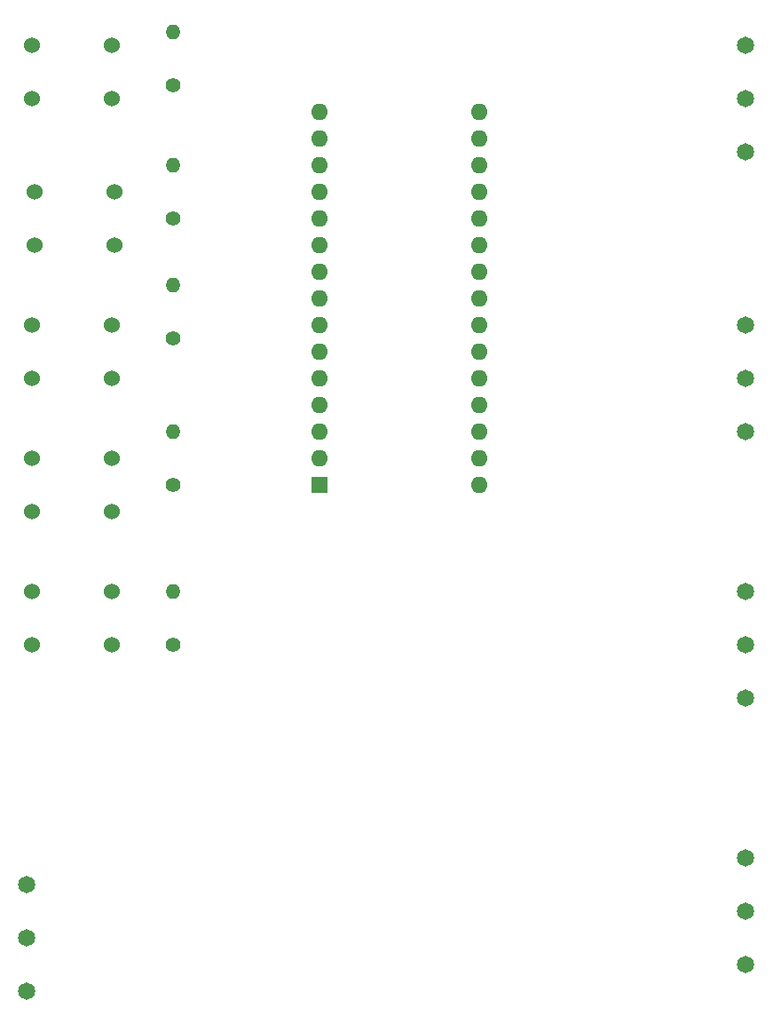
<source format=gbr>
G04 #@! TF.GenerationSoftware,KiCad,Pcbnew,5.1.4-e60b266~84~ubuntu18.04.1*
G04 #@! TF.CreationDate,2019-10-21T15:00:49-03:00*
G04 #@! TF.ProjectId,projetoDeee891,70726f6a-6574-46f4-9465-65653839312e,rev?*
G04 #@! TF.SameCoordinates,Original*
G04 #@! TF.FileFunction,Copper,L1,Top*
G04 #@! TF.FilePolarity,Positive*
%FSLAX46Y46*%
G04 Gerber Fmt 4.6, Leading zero omitted, Abs format (unit mm)*
G04 Created by KiCad (PCBNEW 5.1.4-e60b266~84~ubuntu18.04.1) date 2019-10-21 15:00:49*
%MOMM*%
%LPD*%
G04 APERTURE LIST*
%ADD10C,1.651000*%
%ADD11C,1.524000*%
%ADD12C,1.400000*%
%ADD13O,1.400000X1.400000*%
%ADD14R,1.600000X1.600000*%
%ADD15O,1.600000X1.600000*%
G04 APERTURE END LIST*
D10*
X99060000Y-119380000D03*
X99060000Y-124460000D03*
X99060000Y-129540000D03*
D11*
X99814001Y-53340000D03*
X99814001Y-58420000D03*
X107434001Y-58420000D03*
X107434001Y-53340000D03*
X107188000Y-66040000D03*
X107188000Y-71120000D03*
X99568000Y-71120000D03*
X99568000Y-66040000D03*
D12*
X113030000Y-55880000D03*
D13*
X113030000Y-50800000D03*
D11*
X99568000Y-78740000D03*
X99568000Y-83820000D03*
X107188000Y-83820000D03*
X107188000Y-78740000D03*
D10*
X167640000Y-76200000D03*
X167640000Y-71120000D03*
X167640000Y-66040000D03*
X167640000Y-91440000D03*
X167640000Y-96520000D03*
X167640000Y-101600000D03*
D11*
X107188000Y-39370000D03*
X107188000Y-44450000D03*
X99568000Y-44450000D03*
X99568000Y-39370000D03*
X107188000Y-91440000D03*
X107188000Y-96520000D03*
X99568000Y-96520000D03*
X99568000Y-91440000D03*
D10*
X167640000Y-39370000D03*
X167640000Y-44450000D03*
X167640000Y-49530000D03*
D13*
X113030000Y-38100000D03*
D12*
X113030000Y-43180000D03*
D10*
X167640000Y-127000000D03*
X167640000Y-121920000D03*
X167640000Y-116840000D03*
D13*
X113030000Y-76200000D03*
D12*
X113030000Y-81280000D03*
X113030000Y-96520000D03*
D13*
X113030000Y-91440000D03*
D14*
X127000000Y-81280000D03*
D15*
X142240000Y-48260000D03*
X127000000Y-78740000D03*
X142240000Y-50800000D03*
X127000000Y-76200000D03*
X142240000Y-53340000D03*
X127000000Y-73660000D03*
X142240000Y-55880000D03*
X127000000Y-71120000D03*
X142240000Y-58420000D03*
X127000000Y-68580000D03*
X142240000Y-60960000D03*
X127000000Y-66040000D03*
X142240000Y-63500000D03*
X127000000Y-63500000D03*
X142240000Y-66040000D03*
X127000000Y-60960000D03*
X142240000Y-68580000D03*
X127000000Y-58420000D03*
X142240000Y-71120000D03*
X127000000Y-55880000D03*
X142240000Y-73660000D03*
X127000000Y-53340000D03*
X142240000Y-76200000D03*
X127000000Y-50800000D03*
X142240000Y-78740000D03*
X127000000Y-48260000D03*
X142240000Y-81280000D03*
X127000000Y-45720000D03*
X142240000Y-45720000D03*
D12*
X113030000Y-67310000D03*
D13*
X113030000Y-62230000D03*
M02*

</source>
